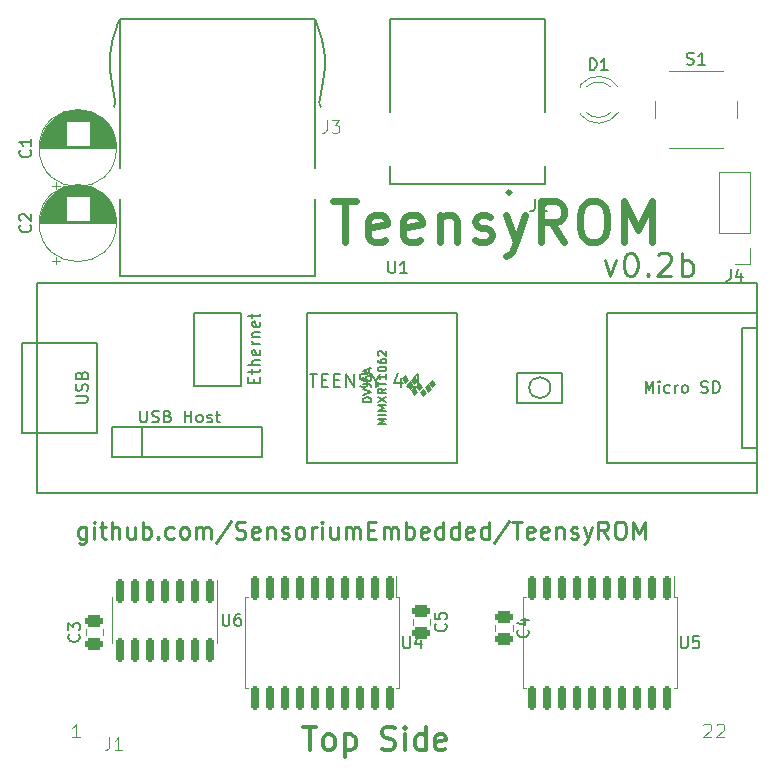
<source format=gbr>
%TF.GenerationSoftware,KiCad,Pcbnew,(6.0.4)*%
%TF.CreationDate,2023-08-14T23:38:21+02:00*%
%TF.ProjectId,TeensyROM,5465656e-7379-4524-9f4d-2e6b69636164,rev?*%
%TF.SameCoordinates,Original*%
%TF.FileFunction,Legend,Top*%
%TF.FilePolarity,Positive*%
%FSLAX46Y46*%
G04 Gerber Fmt 4.6, Leading zero omitted, Abs format (unit mm)*
G04 Created by KiCad (PCBNEW (6.0.4)) date 2023-08-14 23:38:21*
%MOMM*%
%LPD*%
G01*
G04 APERTURE LIST*
G04 Aperture macros list*
%AMRoundRect*
0 Rectangle with rounded corners*
0 $1 Rounding radius*
0 $2 $3 $4 $5 $6 $7 $8 $9 X,Y pos of 4 corners*
0 Add a 4 corners polygon primitive as box body*
4,1,4,$2,$3,$4,$5,$6,$7,$8,$9,$2,$3,0*
0 Add four circle primitives for the rounded corners*
1,1,$1+$1,$2,$3*
1,1,$1+$1,$4,$5*
1,1,$1+$1,$6,$7*
1,1,$1+$1,$8,$9*
0 Add four rect primitives between the rounded corners*
20,1,$1+$1,$2,$3,$4,$5,0*
20,1,$1+$1,$4,$5,$6,$7,0*
20,1,$1+$1,$6,$7,$8,$9,0*
20,1,$1+$1,$8,$9,$2,$3,0*%
G04 Aperture macros list end*
%ADD10C,0.609600*%
%ADD11C,0.274320*%
%ADD12C,0.342900*%
%ADD13C,0.214630*%
%ADD14C,0.116840*%
%ADD15C,0.101600*%
%ADD16C,0.150000*%
%ADD17C,0.127000*%
%ADD18C,0.102870*%
%ADD19C,0.120000*%
%ADD20C,0.300000*%
%ADD21C,0.100000*%
%ADD22C,0.203200*%
%ADD23C,0.152400*%
%ADD24R,1.800000X1.800000*%
%ADD25C,1.800000*%
%ADD26R,1.700000X1.700000*%
%ADD27O,1.700000X1.700000*%
%ADD28C,3.316000*%
%ADD29C,1.428000*%
%ADD30R,1.428000X1.428000*%
%ADD31RoundRect,0.150000X-0.150000X0.875000X-0.150000X-0.875000X0.150000X-0.875000X0.150000X0.875000X0*%
%ADD32RoundRect,0.150000X-0.150000X0.825000X-0.150000X-0.825000X0.150000X-0.825000X0.150000X0.825000X0*%
%ADD33C,1.600000*%
%ADD34R,1.600000X1.600000*%
%ADD35R,1.300000X1.300000*%
%ADD36C,1.300000*%
%ADD37C,2.000000*%
%ADD38C,3.251200*%
%ADD39C,1.524000*%
%ADD40C,1.676400*%
%ADD41C,2.235200*%
%ADD42RoundRect,0.250000X-0.475000X0.250000X-0.475000X-0.250000X0.475000X-0.250000X0.475000X0.250000X0*%
%ADD43RoundRect,0.250000X0.475000X-0.250000X0.475000X0.250000X-0.475000X0.250000X-0.475000X-0.250000X0*%
G04 APERTURE END LIST*
D10*
X143054130Y-82842704D02*
X145028073Y-82842704D01*
X144041101Y-86297104D02*
X144041101Y-82842704D01*
X147495501Y-86132609D02*
X147166511Y-86297104D01*
X146508530Y-86297104D01*
X146179540Y-86132609D01*
X146015044Y-85803619D01*
X146015044Y-84487657D01*
X146179540Y-84158666D01*
X146508530Y-83994171D01*
X147166511Y-83994171D01*
X147495501Y-84158666D01*
X147659997Y-84487657D01*
X147659997Y-84816647D01*
X146015044Y-85145638D01*
X150456416Y-86132609D02*
X150127425Y-86297104D01*
X149469444Y-86297104D01*
X149140454Y-86132609D01*
X148975959Y-85803619D01*
X148975959Y-84487657D01*
X149140454Y-84158666D01*
X149469444Y-83994171D01*
X150127425Y-83994171D01*
X150456416Y-84158666D01*
X150620911Y-84487657D01*
X150620911Y-84816647D01*
X148975959Y-85145638D01*
X152101368Y-83994171D02*
X152101368Y-86297104D01*
X152101368Y-84323161D02*
X152265863Y-84158666D01*
X152594854Y-83994171D01*
X153088340Y-83994171D01*
X153417330Y-84158666D01*
X153581825Y-84487657D01*
X153581825Y-86297104D01*
X155062282Y-86132609D02*
X155391273Y-86297104D01*
X156049254Y-86297104D01*
X156378244Y-86132609D01*
X156542740Y-85803619D01*
X156542740Y-85639123D01*
X156378244Y-85310133D01*
X156049254Y-85145638D01*
X155555768Y-85145638D01*
X155226778Y-84981142D01*
X155062282Y-84652152D01*
X155062282Y-84487657D01*
X155226778Y-84158666D01*
X155555768Y-83994171D01*
X156049254Y-83994171D01*
X156378244Y-84158666D01*
X157694206Y-83994171D02*
X158516682Y-86297104D01*
X159339159Y-83994171D02*
X158516682Y-86297104D01*
X158187692Y-87119580D01*
X158023197Y-87284076D01*
X157694206Y-87448571D01*
X162629063Y-86297104D02*
X161477597Y-84652152D01*
X160655120Y-86297104D02*
X160655120Y-82842704D01*
X161971082Y-82842704D01*
X162300073Y-83007200D01*
X162464568Y-83171695D01*
X162629063Y-83500685D01*
X162629063Y-83994171D01*
X162464568Y-84323161D01*
X162300073Y-84487657D01*
X161971082Y-84652152D01*
X160655120Y-84652152D01*
X164767501Y-82842704D02*
X165425482Y-82842704D01*
X165754473Y-83007200D01*
X166083463Y-83336190D01*
X166247959Y-83994171D01*
X166247959Y-85145638D01*
X166083463Y-85803619D01*
X165754473Y-86132609D01*
X165425482Y-86297104D01*
X164767501Y-86297104D01*
X164438511Y-86132609D01*
X164109520Y-85803619D01*
X163945025Y-85145638D01*
X163945025Y-83994171D01*
X164109520Y-83336190D01*
X164438511Y-83007200D01*
X164767501Y-82842704D01*
X167728416Y-86297104D02*
X167728416Y-82842704D01*
X168879882Y-85310133D01*
X170031349Y-82842704D01*
X170031349Y-86297104D01*
D11*
X166060990Y-87869485D02*
X166539962Y-89210605D01*
X167018933Y-87869485D01*
X168168465Y-87198925D02*
X168360053Y-87198925D01*
X168551642Y-87294720D01*
X168647436Y-87390514D01*
X168743230Y-87582102D01*
X168839025Y-87965280D01*
X168839025Y-88444251D01*
X168743230Y-88827428D01*
X168647436Y-89019017D01*
X168551642Y-89114811D01*
X168360053Y-89210605D01*
X168168465Y-89210605D01*
X167976876Y-89114811D01*
X167881082Y-89019017D01*
X167785288Y-88827428D01*
X167689493Y-88444251D01*
X167689493Y-87965280D01*
X167785288Y-87582102D01*
X167881082Y-87390514D01*
X167976876Y-87294720D01*
X168168465Y-87198925D01*
X169701173Y-89019017D02*
X169796968Y-89114811D01*
X169701173Y-89210605D01*
X169605379Y-89114811D01*
X169701173Y-89019017D01*
X169701173Y-89210605D01*
X170563322Y-87390514D02*
X170659116Y-87294720D01*
X170850705Y-87198925D01*
X171329676Y-87198925D01*
X171521265Y-87294720D01*
X171617059Y-87390514D01*
X171712853Y-87582102D01*
X171712853Y-87773691D01*
X171617059Y-88061074D01*
X170467528Y-89210605D01*
X171712853Y-89210605D01*
X172575002Y-89210605D02*
X172575002Y-87198925D01*
X172575002Y-87965280D02*
X172766590Y-87869485D01*
X173149768Y-87869485D01*
X173341356Y-87965280D01*
X173437150Y-88061074D01*
X173532945Y-88252662D01*
X173532945Y-88827428D01*
X173437150Y-89019017D01*
X173341356Y-89114811D01*
X173149768Y-89210605D01*
X172766590Y-89210605D01*
X172575002Y-89114811D01*
D12*
X140527042Y-127351971D02*
X141637385Y-127351971D01*
X141082213Y-129295071D02*
X141082213Y-127351971D01*
X142562670Y-129295071D02*
X142377613Y-129202542D01*
X142285085Y-129110014D01*
X142192556Y-128924957D01*
X142192556Y-128369785D01*
X142285085Y-128184728D01*
X142377613Y-128092200D01*
X142562670Y-127999671D01*
X142840256Y-127999671D01*
X143025313Y-128092200D01*
X143117842Y-128184728D01*
X143210370Y-128369785D01*
X143210370Y-128924957D01*
X143117842Y-129110014D01*
X143025313Y-129202542D01*
X142840256Y-129295071D01*
X142562670Y-129295071D01*
X144043127Y-127999671D02*
X144043127Y-129942771D01*
X144043127Y-128092200D02*
X144228185Y-127999671D01*
X144598299Y-127999671D01*
X144783356Y-128092200D01*
X144875885Y-128184728D01*
X144968413Y-128369785D01*
X144968413Y-128924957D01*
X144875885Y-129110014D01*
X144783356Y-129202542D01*
X144598299Y-129295071D01*
X144228185Y-129295071D01*
X144043127Y-129202542D01*
X147189099Y-129202542D02*
X147466685Y-129295071D01*
X147929327Y-129295071D01*
X148114385Y-129202542D01*
X148206913Y-129110014D01*
X148299442Y-128924957D01*
X148299442Y-128739900D01*
X148206913Y-128554842D01*
X148114385Y-128462314D01*
X147929327Y-128369785D01*
X147559213Y-128277257D01*
X147374156Y-128184728D01*
X147281627Y-128092200D01*
X147189099Y-127907142D01*
X147189099Y-127722085D01*
X147281627Y-127537028D01*
X147374156Y-127444500D01*
X147559213Y-127351971D01*
X148021856Y-127351971D01*
X148299442Y-127444500D01*
X149132199Y-129295071D02*
X149132199Y-127999671D01*
X149132199Y-127351971D02*
X149039670Y-127444500D01*
X149132199Y-127537028D01*
X149224727Y-127444500D01*
X149132199Y-127351971D01*
X149132199Y-127537028D01*
X150890242Y-129295071D02*
X150890242Y-127351971D01*
X150890242Y-129202542D02*
X150705185Y-129295071D01*
X150335070Y-129295071D01*
X150150013Y-129202542D01*
X150057485Y-129110014D01*
X149964956Y-128924957D01*
X149964956Y-128369785D01*
X150057485Y-128184728D01*
X150150013Y-128092200D01*
X150335070Y-127999671D01*
X150705185Y-127999671D01*
X150890242Y-128092200D01*
X152555756Y-129202542D02*
X152370699Y-129295071D01*
X152000585Y-129295071D01*
X151815527Y-129202542D01*
X151722999Y-129017485D01*
X151722999Y-128277257D01*
X151815527Y-128092200D01*
X152000585Y-127999671D01*
X152370699Y-127999671D01*
X152555756Y-128092200D01*
X152648285Y-128277257D01*
X152648285Y-128462314D01*
X151722999Y-128647371D01*
D13*
X122166189Y-110454621D02*
X122166189Y-111617397D01*
X122097790Y-111754194D01*
X122029392Y-111822592D01*
X121892595Y-111890991D01*
X121687399Y-111890991D01*
X121550602Y-111822592D01*
X122166189Y-111343802D02*
X122029392Y-111412201D01*
X121755798Y-111412201D01*
X121619000Y-111343802D01*
X121550602Y-111275404D01*
X121482203Y-111138607D01*
X121482203Y-110728215D01*
X121550602Y-110591418D01*
X121619000Y-110523020D01*
X121755798Y-110454621D01*
X122029392Y-110454621D01*
X122166189Y-110523020D01*
X122850175Y-111412201D02*
X122850175Y-110454621D01*
X122850175Y-109975831D02*
X122781776Y-110044230D01*
X122850175Y-110112628D01*
X122918573Y-110044230D01*
X122850175Y-109975831D01*
X122850175Y-110112628D01*
X123328965Y-110454621D02*
X123876153Y-110454621D01*
X123534160Y-109975831D02*
X123534160Y-111207005D01*
X123602559Y-111343802D01*
X123739356Y-111412201D01*
X123876153Y-111412201D01*
X124354943Y-111412201D02*
X124354943Y-109975831D01*
X124970530Y-111412201D02*
X124970530Y-110659817D01*
X124902132Y-110523020D01*
X124765335Y-110454621D01*
X124560139Y-110454621D01*
X124423342Y-110523020D01*
X124354943Y-110591418D01*
X126270103Y-110454621D02*
X126270103Y-111412201D01*
X125654516Y-110454621D02*
X125654516Y-111207005D01*
X125722915Y-111343802D01*
X125859712Y-111412201D01*
X126064908Y-111412201D01*
X126201705Y-111343802D01*
X126270103Y-111275404D01*
X126954089Y-111412201D02*
X126954089Y-109975831D01*
X126954089Y-110523020D02*
X127090886Y-110454621D01*
X127364480Y-110454621D01*
X127501278Y-110523020D01*
X127569676Y-110591418D01*
X127638075Y-110728215D01*
X127638075Y-111138607D01*
X127569676Y-111275404D01*
X127501278Y-111343802D01*
X127364480Y-111412201D01*
X127090886Y-111412201D01*
X126954089Y-111343802D01*
X128253662Y-111275404D02*
X128322060Y-111343802D01*
X128253662Y-111412201D01*
X128185263Y-111343802D01*
X128253662Y-111275404D01*
X128253662Y-111412201D01*
X129553235Y-111343802D02*
X129416438Y-111412201D01*
X129142843Y-111412201D01*
X129006046Y-111343802D01*
X128937648Y-111275404D01*
X128869249Y-111138607D01*
X128869249Y-110728215D01*
X128937648Y-110591418D01*
X129006046Y-110523020D01*
X129142843Y-110454621D01*
X129416438Y-110454621D01*
X129553235Y-110523020D01*
X130374018Y-111412201D02*
X130237220Y-111343802D01*
X130168822Y-111275404D01*
X130100423Y-111138607D01*
X130100423Y-110728215D01*
X130168822Y-110591418D01*
X130237220Y-110523020D01*
X130374018Y-110454621D01*
X130579213Y-110454621D01*
X130716010Y-110523020D01*
X130784409Y-110591418D01*
X130852808Y-110728215D01*
X130852808Y-111138607D01*
X130784409Y-111275404D01*
X130716010Y-111343802D01*
X130579213Y-111412201D01*
X130374018Y-111412201D01*
X131468395Y-111412201D02*
X131468395Y-110454621D01*
X131468395Y-110591418D02*
X131536793Y-110523020D01*
X131673590Y-110454621D01*
X131878786Y-110454621D01*
X132015583Y-110523020D01*
X132083982Y-110659817D01*
X132083982Y-111412201D01*
X132083982Y-110659817D02*
X132152380Y-110523020D01*
X132289178Y-110454621D01*
X132494373Y-110454621D01*
X132631170Y-110523020D01*
X132699569Y-110659817D01*
X132699569Y-111412201D01*
X134409533Y-109907432D02*
X133178359Y-111754194D01*
X134819925Y-111343802D02*
X135025120Y-111412201D01*
X135367113Y-111412201D01*
X135503910Y-111343802D01*
X135572309Y-111275404D01*
X135640708Y-111138607D01*
X135640708Y-111001810D01*
X135572309Y-110865012D01*
X135503910Y-110796614D01*
X135367113Y-110728215D01*
X135093519Y-110659817D01*
X134956722Y-110591418D01*
X134888323Y-110523020D01*
X134819925Y-110386222D01*
X134819925Y-110249425D01*
X134888323Y-110112628D01*
X134956722Y-110044230D01*
X135093519Y-109975831D01*
X135435512Y-109975831D01*
X135640708Y-110044230D01*
X136803483Y-111343802D02*
X136666686Y-111412201D01*
X136393092Y-111412201D01*
X136256295Y-111343802D01*
X136187896Y-111207005D01*
X136187896Y-110659817D01*
X136256295Y-110523020D01*
X136393092Y-110454621D01*
X136666686Y-110454621D01*
X136803483Y-110523020D01*
X136871882Y-110659817D01*
X136871882Y-110796614D01*
X136187896Y-110933411D01*
X137487469Y-110454621D02*
X137487469Y-111412201D01*
X137487469Y-110591418D02*
X137555868Y-110523020D01*
X137692665Y-110454621D01*
X137897860Y-110454621D01*
X138034658Y-110523020D01*
X138103056Y-110659817D01*
X138103056Y-111412201D01*
X138718643Y-111343802D02*
X138855440Y-111412201D01*
X139129035Y-111412201D01*
X139265832Y-111343802D01*
X139334230Y-111207005D01*
X139334230Y-111138607D01*
X139265832Y-111001810D01*
X139129035Y-110933411D01*
X138923839Y-110933411D01*
X138787042Y-110865012D01*
X138718643Y-110728215D01*
X138718643Y-110659817D01*
X138787042Y-110523020D01*
X138923839Y-110454621D01*
X139129035Y-110454621D01*
X139265832Y-110523020D01*
X140155013Y-111412201D02*
X140018216Y-111343802D01*
X139949818Y-111275404D01*
X139881419Y-111138607D01*
X139881419Y-110728215D01*
X139949818Y-110591418D01*
X140018216Y-110523020D01*
X140155013Y-110454621D01*
X140360209Y-110454621D01*
X140497006Y-110523020D01*
X140565405Y-110591418D01*
X140633803Y-110728215D01*
X140633803Y-111138607D01*
X140565405Y-111275404D01*
X140497006Y-111343802D01*
X140360209Y-111412201D01*
X140155013Y-111412201D01*
X141249390Y-111412201D02*
X141249390Y-110454621D01*
X141249390Y-110728215D02*
X141317789Y-110591418D01*
X141386188Y-110523020D01*
X141522985Y-110454621D01*
X141659782Y-110454621D01*
X142138572Y-111412201D02*
X142138572Y-110454621D01*
X142138572Y-109975831D02*
X142070173Y-110044230D01*
X142138572Y-110112628D01*
X142206970Y-110044230D01*
X142138572Y-109975831D01*
X142138572Y-110112628D01*
X143438145Y-110454621D02*
X143438145Y-111412201D01*
X142822558Y-110454621D02*
X142822558Y-111207005D01*
X142890956Y-111343802D01*
X143027753Y-111412201D01*
X143232949Y-111412201D01*
X143369746Y-111343802D01*
X143438145Y-111275404D01*
X144122130Y-111412201D02*
X144122130Y-110454621D01*
X144122130Y-110591418D02*
X144190529Y-110523020D01*
X144327326Y-110454621D01*
X144532522Y-110454621D01*
X144669319Y-110523020D01*
X144737718Y-110659817D01*
X144737718Y-111412201D01*
X144737718Y-110659817D02*
X144806116Y-110523020D01*
X144942913Y-110454621D01*
X145148109Y-110454621D01*
X145284906Y-110523020D01*
X145353305Y-110659817D01*
X145353305Y-111412201D01*
X146037290Y-110659817D02*
X146516080Y-110659817D01*
X146721276Y-111412201D02*
X146037290Y-111412201D01*
X146037290Y-109975831D01*
X146721276Y-109975831D01*
X147336863Y-111412201D02*
X147336863Y-110454621D01*
X147336863Y-110591418D02*
X147405262Y-110523020D01*
X147542059Y-110454621D01*
X147747255Y-110454621D01*
X147884052Y-110523020D01*
X147952450Y-110659817D01*
X147952450Y-111412201D01*
X147952450Y-110659817D02*
X148020849Y-110523020D01*
X148157646Y-110454621D01*
X148362842Y-110454621D01*
X148499639Y-110523020D01*
X148568038Y-110659817D01*
X148568038Y-111412201D01*
X149252023Y-111412201D02*
X149252023Y-109975831D01*
X149252023Y-110523020D02*
X149388820Y-110454621D01*
X149662415Y-110454621D01*
X149799212Y-110523020D01*
X149867610Y-110591418D01*
X149936009Y-110728215D01*
X149936009Y-111138607D01*
X149867610Y-111275404D01*
X149799212Y-111343802D01*
X149662415Y-111412201D01*
X149388820Y-111412201D01*
X149252023Y-111343802D01*
X151098785Y-111343802D02*
X150961988Y-111412201D01*
X150688393Y-111412201D01*
X150551596Y-111343802D01*
X150483198Y-111207005D01*
X150483198Y-110659817D01*
X150551596Y-110523020D01*
X150688393Y-110454621D01*
X150961988Y-110454621D01*
X151098785Y-110523020D01*
X151167183Y-110659817D01*
X151167183Y-110796614D01*
X150483198Y-110933411D01*
X152398358Y-111412201D02*
X152398358Y-109975831D01*
X152398358Y-111343802D02*
X152261560Y-111412201D01*
X151987966Y-111412201D01*
X151851169Y-111343802D01*
X151782770Y-111275404D01*
X151714372Y-111138607D01*
X151714372Y-110728215D01*
X151782770Y-110591418D01*
X151851169Y-110523020D01*
X151987966Y-110454621D01*
X152261560Y-110454621D01*
X152398358Y-110523020D01*
X153697930Y-111412201D02*
X153697930Y-109975831D01*
X153697930Y-111343802D02*
X153561133Y-111412201D01*
X153287539Y-111412201D01*
X153150742Y-111343802D01*
X153082343Y-111275404D01*
X153013945Y-111138607D01*
X153013945Y-110728215D01*
X153082343Y-110591418D01*
X153150742Y-110523020D01*
X153287539Y-110454621D01*
X153561133Y-110454621D01*
X153697930Y-110523020D01*
X154929105Y-111343802D02*
X154792308Y-111412201D01*
X154518713Y-111412201D01*
X154381916Y-111343802D01*
X154313518Y-111207005D01*
X154313518Y-110659817D01*
X154381916Y-110523020D01*
X154518713Y-110454621D01*
X154792308Y-110454621D01*
X154929105Y-110523020D01*
X154997503Y-110659817D01*
X154997503Y-110796614D01*
X154313518Y-110933411D01*
X156228678Y-111412201D02*
X156228678Y-109975831D01*
X156228678Y-111343802D02*
X156091880Y-111412201D01*
X155818286Y-111412201D01*
X155681489Y-111343802D01*
X155613090Y-111275404D01*
X155544692Y-111138607D01*
X155544692Y-110728215D01*
X155613090Y-110591418D01*
X155681489Y-110523020D01*
X155818286Y-110454621D01*
X156091880Y-110454621D01*
X156228678Y-110523020D01*
X157938642Y-109907432D02*
X156707468Y-111754194D01*
X158212236Y-109975831D02*
X159033019Y-109975831D01*
X158622628Y-111412201D02*
X158622628Y-109975831D01*
X160058998Y-111343802D02*
X159922200Y-111412201D01*
X159648606Y-111412201D01*
X159511809Y-111343802D01*
X159443410Y-111207005D01*
X159443410Y-110659817D01*
X159511809Y-110523020D01*
X159648606Y-110454621D01*
X159922200Y-110454621D01*
X160058998Y-110523020D01*
X160127396Y-110659817D01*
X160127396Y-110796614D01*
X159443410Y-110933411D01*
X161290172Y-111343802D02*
X161153375Y-111412201D01*
X160879780Y-111412201D01*
X160742983Y-111343802D01*
X160674585Y-111207005D01*
X160674585Y-110659817D01*
X160742983Y-110523020D01*
X160879780Y-110454621D01*
X161153375Y-110454621D01*
X161290172Y-110523020D01*
X161358570Y-110659817D01*
X161358570Y-110796614D01*
X160674585Y-110933411D01*
X161974158Y-110454621D02*
X161974158Y-111412201D01*
X161974158Y-110591418D02*
X162042556Y-110523020D01*
X162179353Y-110454621D01*
X162384549Y-110454621D01*
X162521346Y-110523020D01*
X162589745Y-110659817D01*
X162589745Y-111412201D01*
X163205332Y-111343802D02*
X163342129Y-111412201D01*
X163615723Y-111412201D01*
X163752520Y-111343802D01*
X163820919Y-111207005D01*
X163820919Y-111138607D01*
X163752520Y-111001810D01*
X163615723Y-110933411D01*
X163410528Y-110933411D01*
X163273730Y-110865012D01*
X163205332Y-110728215D01*
X163205332Y-110659817D01*
X163273730Y-110523020D01*
X163410528Y-110454621D01*
X163615723Y-110454621D01*
X163752520Y-110523020D01*
X164299709Y-110454621D02*
X164641702Y-111412201D01*
X164983695Y-110454621D02*
X164641702Y-111412201D01*
X164504905Y-111754194D01*
X164436506Y-111822592D01*
X164299709Y-111890991D01*
X166351666Y-111412201D02*
X165872876Y-110728215D01*
X165530883Y-111412201D02*
X165530883Y-109975831D01*
X166078072Y-109975831D01*
X166214869Y-110044230D01*
X166283268Y-110112628D01*
X166351666Y-110249425D01*
X166351666Y-110454621D01*
X166283268Y-110591418D01*
X166214869Y-110659817D01*
X166078072Y-110728215D01*
X165530883Y-110728215D01*
X167240848Y-109975831D02*
X167514442Y-109975831D01*
X167651239Y-110044230D01*
X167788036Y-110181027D01*
X167856435Y-110454621D01*
X167856435Y-110933411D01*
X167788036Y-111207005D01*
X167651239Y-111343802D01*
X167514442Y-111412201D01*
X167240848Y-111412201D01*
X167104050Y-111343802D01*
X166967253Y-111207005D01*
X166898855Y-110933411D01*
X166898855Y-110454621D01*
X166967253Y-110181027D01*
X167104050Y-110044230D01*
X167240848Y-109975831D01*
X168472022Y-111412201D02*
X168472022Y-109975831D01*
X168950812Y-111001810D01*
X169429602Y-109975831D01*
X169429602Y-111412201D01*
D14*
%TO.C,J1*%
X124127883Y-128247712D02*
X124127883Y-128980683D01*
X124079019Y-129127277D01*
X123981289Y-129225007D01*
X123834695Y-129273872D01*
X123736965Y-129273872D01*
X125154043Y-129273872D02*
X124567666Y-129273872D01*
X124860855Y-129273872D02*
X124860855Y-128247712D01*
X124763125Y-128394306D01*
X124665396Y-128492036D01*
X124567666Y-128540900D01*
D15*
X121638277Y-128246018D02*
X120970620Y-128246018D01*
X121304449Y-128246018D02*
X121304449Y-127077618D01*
X121193172Y-127244533D01*
X121081896Y-127355809D01*
X120970620Y-127411447D01*
X174414239Y-127188895D02*
X174469877Y-127133257D01*
X174581153Y-127077618D01*
X174859344Y-127077618D01*
X174970620Y-127133257D01*
X175026258Y-127188895D01*
X175081896Y-127300171D01*
X175081896Y-127411447D01*
X175026258Y-127578361D01*
X174358601Y-128246018D01*
X175081896Y-128246018D01*
X175527001Y-127188895D02*
X175582639Y-127133257D01*
X175693915Y-127077618D01*
X175972106Y-127077618D01*
X176083382Y-127133257D01*
X176139020Y-127188895D01*
X176194658Y-127300171D01*
X176194658Y-127411447D01*
X176139020Y-127578361D01*
X175471363Y-128246018D01*
X176194658Y-128246018D01*
D16*
%TO.C,D1*%
X164794470Y-71751609D02*
X164794470Y-70751609D01*
X165032566Y-70751609D01*
X165175423Y-70799229D01*
X165270661Y-70894467D01*
X165318280Y-70989705D01*
X165365899Y-71180181D01*
X165365899Y-71323038D01*
X165318280Y-71513514D01*
X165270661Y-71608752D01*
X165175423Y-71703990D01*
X165032566Y-71751609D01*
X164794470Y-71751609D01*
X166318280Y-71751609D02*
X165746851Y-71751609D01*
X166032566Y-71751609D02*
X166032566Y-70751609D01*
X165937327Y-70894467D01*
X165842089Y-70989705D01*
X165746851Y-71037324D01*
%TO.C,J4*%
X176717766Y-88609980D02*
X176717766Y-89324266D01*
X176670147Y-89467123D01*
X176574909Y-89562361D01*
X176432052Y-89609980D01*
X176336814Y-89609980D01*
X177622528Y-88943314D02*
X177622528Y-89609980D01*
X177384433Y-88562361D02*
X177146338Y-89276647D01*
X177765385Y-89276647D01*
%TO.C,J2*%
X160132039Y-82701746D02*
X160132039Y-83416758D01*
X160084371Y-83559760D01*
X159989036Y-83655095D01*
X159846034Y-83702762D01*
X159750699Y-83702762D01*
X160561045Y-82797081D02*
X160608713Y-82749414D01*
X160704048Y-82701746D01*
X160942385Y-82701746D01*
X161037720Y-82749414D01*
X161085387Y-82797081D01*
X161133055Y-82892416D01*
X161133055Y-82987751D01*
X161085387Y-83130753D01*
X160513378Y-83702762D01*
X161133055Y-83702762D01*
%TO.C,U5*%
X172504195Y-119695980D02*
X172504195Y-120505504D01*
X172551814Y-120600742D01*
X172599433Y-120648361D01*
X172694671Y-120695980D01*
X172885147Y-120695980D01*
X172980385Y-120648361D01*
X173028004Y-120600742D01*
X173075623Y-120505504D01*
X173075623Y-119695980D01*
X174028004Y-119695980D02*
X173551814Y-119695980D01*
X173504195Y-120172171D01*
X173551814Y-120124552D01*
X173647052Y-120076933D01*
X173885147Y-120076933D01*
X173980385Y-120124552D01*
X174028004Y-120172171D01*
X174075623Y-120267409D01*
X174075623Y-120505504D01*
X174028004Y-120600742D01*
X173980385Y-120648361D01*
X173885147Y-120695980D01*
X173647052Y-120695980D01*
X173551814Y-120648361D01*
X173504195Y-120600742D01*
%TO.C,U4*%
X149009195Y-119695980D02*
X149009195Y-120505504D01*
X149056814Y-120600742D01*
X149104433Y-120648361D01*
X149199671Y-120695980D01*
X149390147Y-120695980D01*
X149485385Y-120648361D01*
X149533004Y-120600742D01*
X149580623Y-120505504D01*
X149580623Y-119695980D01*
X150485385Y-120029314D02*
X150485385Y-120695980D01*
X150247290Y-119648361D02*
X150009195Y-120362647D01*
X150628242Y-120362647D01*
%TO.C,U6*%
X133706868Y-117790980D02*
X133706868Y-118600504D01*
X133754487Y-118695742D01*
X133802106Y-118743361D01*
X133897344Y-118790980D01*
X134087820Y-118790980D01*
X134183058Y-118743361D01*
X134230677Y-118695742D01*
X134278296Y-118600504D01*
X134278296Y-117790980D01*
X135183058Y-117790980D02*
X134992582Y-117790980D01*
X134897344Y-117838600D01*
X134849725Y-117886219D01*
X134754487Y-118029076D01*
X134706868Y-118219552D01*
X134706868Y-118600504D01*
X134754487Y-118695742D01*
X134802106Y-118743361D01*
X134897344Y-118790980D01*
X135087820Y-118790980D01*
X135183058Y-118743361D01*
X135230677Y-118695742D01*
X135278296Y-118600504D01*
X135278296Y-118362409D01*
X135230677Y-118267171D01*
X135183058Y-118219552D01*
X135087820Y-118171933D01*
X134897344Y-118171933D01*
X134802106Y-118219552D01*
X134754487Y-118267171D01*
X134706868Y-118362409D01*
%TO.C,U1*%
X147741453Y-87930280D02*
X147741453Y-88739804D01*
X147789072Y-88835042D01*
X147836691Y-88882661D01*
X147931929Y-88930280D01*
X148122405Y-88930280D01*
X148217643Y-88882661D01*
X148265262Y-88835042D01*
X148312881Y-88739804D01*
X148312881Y-87930280D01*
X149312881Y-88930280D02*
X148741453Y-88930280D01*
X149027167Y-88930280D02*
X149027167Y-87930280D01*
X148931929Y-88073138D01*
X148836691Y-88168376D01*
X148741453Y-88215995D01*
D17*
X141074765Y-97440471D02*
X141727908Y-97440471D01*
X141401336Y-98583471D02*
X141401336Y-97440471D01*
X142108908Y-97984757D02*
X142489908Y-97984757D01*
X142653193Y-98583471D02*
X142108908Y-98583471D01*
X142108908Y-97440471D01*
X142653193Y-97440471D01*
X143143050Y-97984757D02*
X143524050Y-97984757D01*
X143687336Y-98583471D02*
X143143050Y-98583471D01*
X143143050Y-97440471D01*
X143687336Y-97440471D01*
X144177193Y-98583471D02*
X144177193Y-97440471D01*
X144830336Y-98583471D01*
X144830336Y-97440471D01*
X145320193Y-98529042D02*
X145483479Y-98583471D01*
X145755622Y-98583471D01*
X145864479Y-98529042D01*
X145918908Y-98474614D01*
X145973336Y-98365757D01*
X145973336Y-98256900D01*
X145918908Y-98148042D01*
X145864479Y-98093614D01*
X145755622Y-98039185D01*
X145537908Y-97984757D01*
X145429050Y-97930328D01*
X145374622Y-97875900D01*
X145320193Y-97767042D01*
X145320193Y-97658185D01*
X145374622Y-97549328D01*
X145429050Y-97494900D01*
X145537908Y-97440471D01*
X145810050Y-97440471D01*
X145973336Y-97494900D01*
X146680908Y-98039185D02*
X146680908Y-98583471D01*
X146299908Y-97440471D02*
X146680908Y-98039185D01*
X147061908Y-97440471D01*
X148803622Y-97821471D02*
X148803622Y-98583471D01*
X148531479Y-97386042D02*
X148259336Y-98202471D01*
X148966908Y-98202471D01*
X149402336Y-98474614D02*
X149456765Y-98529042D01*
X149402336Y-98583471D01*
X149347908Y-98529042D01*
X149402336Y-98474614D01*
X149402336Y-98583471D01*
X150545336Y-98583471D02*
X149892193Y-98583471D01*
X150218765Y-98583471D02*
X150218765Y-97440471D01*
X150109908Y-97603757D01*
X150001050Y-97712614D01*
X149892193Y-97767042D01*
D16*
X146280024Y-99841233D02*
X145580024Y-99841233D01*
X145580024Y-99674566D01*
X145613358Y-99574566D01*
X145680024Y-99507900D01*
X145746691Y-99474566D01*
X145880024Y-99441233D01*
X145980024Y-99441233D01*
X146113358Y-99474566D01*
X146180024Y-99507900D01*
X146246691Y-99574566D01*
X146280024Y-99674566D01*
X146280024Y-99841233D01*
X145580024Y-99241233D02*
X146280024Y-99007900D01*
X145580024Y-98774566D01*
X145580024Y-98341233D02*
X146080024Y-98341233D01*
X146180024Y-98374566D01*
X146246691Y-98441233D01*
X146280024Y-98541233D01*
X146280024Y-98607900D01*
X145580024Y-97707900D02*
X145580024Y-97841233D01*
X145613358Y-97907900D01*
X145646691Y-97941233D01*
X145746691Y-98007900D01*
X145880024Y-98041233D01*
X146146691Y-98041233D01*
X146213358Y-98007900D01*
X146246691Y-97974566D01*
X146280024Y-97907900D01*
X146280024Y-97774566D01*
X146246691Y-97707900D01*
X146213358Y-97674566D01*
X146146691Y-97641233D01*
X145980024Y-97641233D01*
X145913358Y-97674566D01*
X145880024Y-97707900D01*
X145846691Y-97774566D01*
X145846691Y-97907900D01*
X145880024Y-97974566D01*
X145913358Y-98007900D01*
X145980024Y-98041233D01*
X146080024Y-97374566D02*
X146080024Y-97041233D01*
X146280024Y-97441233D02*
X145580024Y-97207900D01*
X146280024Y-96974566D01*
X147550024Y-101721233D02*
X146850024Y-101721233D01*
X147350024Y-101487900D01*
X146850024Y-101254566D01*
X147550024Y-101254566D01*
X147550024Y-100921233D02*
X146850024Y-100921233D01*
X147550024Y-100587900D02*
X146850024Y-100587900D01*
X147350024Y-100354566D01*
X146850024Y-100121233D01*
X147550024Y-100121233D01*
X146850024Y-99854566D02*
X147550024Y-99387900D01*
X146850024Y-99387900D02*
X147550024Y-99854566D01*
X147550024Y-98721233D02*
X147216691Y-98954566D01*
X147550024Y-99121233D02*
X146850024Y-99121233D01*
X146850024Y-98854566D01*
X146883358Y-98787900D01*
X146916691Y-98754566D01*
X146983358Y-98721233D01*
X147083358Y-98721233D01*
X147150024Y-98754566D01*
X147183358Y-98787900D01*
X147216691Y-98854566D01*
X147216691Y-99121233D01*
X146850024Y-98521233D02*
X146850024Y-98121233D01*
X147550024Y-98321233D02*
X146850024Y-98321233D01*
X147550024Y-97521233D02*
X147550024Y-97921233D01*
X147550024Y-97721233D02*
X146850024Y-97721233D01*
X146950024Y-97787900D01*
X147016691Y-97854566D01*
X147050024Y-97921233D01*
X146850024Y-97087900D02*
X146850024Y-97021233D01*
X146883358Y-96954566D01*
X146916691Y-96921233D01*
X146983358Y-96887900D01*
X147116691Y-96854566D01*
X147283358Y-96854566D01*
X147416691Y-96887900D01*
X147483358Y-96921233D01*
X147516691Y-96954566D01*
X147550024Y-97021233D01*
X147550024Y-97087900D01*
X147516691Y-97154566D01*
X147483358Y-97187900D01*
X147416691Y-97221233D01*
X147283358Y-97254566D01*
X147116691Y-97254566D01*
X146983358Y-97221233D01*
X146916691Y-97187900D01*
X146883358Y-97154566D01*
X146850024Y-97087900D01*
X146850024Y-96254566D02*
X146850024Y-96387900D01*
X146883358Y-96454566D01*
X146916691Y-96487900D01*
X147016691Y-96554566D01*
X147150024Y-96587900D01*
X147416691Y-96587900D01*
X147483358Y-96554566D01*
X147516691Y-96521233D01*
X147550024Y-96454566D01*
X147550024Y-96321233D01*
X147516691Y-96254566D01*
X147483358Y-96221233D01*
X147416691Y-96187900D01*
X147250024Y-96187900D01*
X147183358Y-96221233D01*
X147150024Y-96254566D01*
X147116691Y-96321233D01*
X147116691Y-96454566D01*
X147150024Y-96521233D01*
X147183358Y-96554566D01*
X147250024Y-96587900D01*
X146916691Y-95921233D02*
X146883358Y-95887900D01*
X146850024Y-95821233D01*
X146850024Y-95654566D01*
X146883358Y-95587900D01*
X146916691Y-95554566D01*
X146983358Y-95521233D01*
X147050024Y-95521233D01*
X147150024Y-95554566D01*
X147550024Y-95954566D01*
X147550024Y-95521233D01*
X169514310Y-99090280D02*
X169514310Y-98090280D01*
X169847643Y-98804566D01*
X170180977Y-98090280D01*
X170180977Y-99090280D01*
X170657167Y-99090280D02*
X170657167Y-98423614D01*
X170657167Y-98090280D02*
X170609548Y-98137900D01*
X170657167Y-98185519D01*
X170704786Y-98137900D01*
X170657167Y-98090280D01*
X170657167Y-98185519D01*
X171561929Y-99042661D02*
X171466691Y-99090280D01*
X171276215Y-99090280D01*
X171180977Y-99042661D01*
X171133358Y-98995042D01*
X171085738Y-98899804D01*
X171085738Y-98614090D01*
X171133358Y-98518852D01*
X171180977Y-98471233D01*
X171276215Y-98423614D01*
X171466691Y-98423614D01*
X171561929Y-98471233D01*
X171990500Y-99090280D02*
X171990500Y-98423614D01*
X171990500Y-98614090D02*
X172038119Y-98518852D01*
X172085738Y-98471233D01*
X172180977Y-98423614D01*
X172276215Y-98423614D01*
X172752405Y-99090280D02*
X172657167Y-99042661D01*
X172609548Y-98995042D01*
X172561929Y-98899804D01*
X172561929Y-98614090D01*
X172609548Y-98518852D01*
X172657167Y-98471233D01*
X172752405Y-98423614D01*
X172895262Y-98423614D01*
X172990500Y-98471233D01*
X173038119Y-98518852D01*
X173085738Y-98614090D01*
X173085738Y-98899804D01*
X173038119Y-98995042D01*
X172990500Y-99042661D01*
X172895262Y-99090280D01*
X172752405Y-99090280D01*
X174228596Y-99042661D02*
X174371453Y-99090280D01*
X174609548Y-99090280D01*
X174704786Y-99042661D01*
X174752405Y-98995042D01*
X174800024Y-98899804D01*
X174800024Y-98804566D01*
X174752405Y-98709328D01*
X174704786Y-98661709D01*
X174609548Y-98614090D01*
X174419072Y-98566471D01*
X174323834Y-98518852D01*
X174276215Y-98471233D01*
X174228596Y-98375995D01*
X174228596Y-98280757D01*
X174276215Y-98185519D01*
X174323834Y-98137900D01*
X174419072Y-98090280D01*
X174657167Y-98090280D01*
X174800024Y-98137900D01*
X175228596Y-99090280D02*
X175228596Y-98090280D01*
X175466691Y-98090280D01*
X175609548Y-98137900D01*
X175704786Y-98233138D01*
X175752405Y-98328376D01*
X175800024Y-98518852D01*
X175800024Y-98661709D01*
X175752405Y-98852185D01*
X175704786Y-98947423D01*
X175609548Y-99042661D01*
X175466691Y-99090280D01*
X175228596Y-99090280D01*
X121285738Y-99899804D02*
X122095262Y-99899804D01*
X122190500Y-99852185D01*
X122238119Y-99804566D01*
X122285738Y-99709328D01*
X122285738Y-99518852D01*
X122238119Y-99423614D01*
X122190500Y-99375995D01*
X122095262Y-99328376D01*
X121285738Y-99328376D01*
X122238119Y-98899804D02*
X122285738Y-98756947D01*
X122285738Y-98518852D01*
X122238119Y-98423614D01*
X122190500Y-98375995D01*
X122095262Y-98328376D01*
X122000024Y-98328376D01*
X121904786Y-98375995D01*
X121857167Y-98423614D01*
X121809548Y-98518852D01*
X121761929Y-98709328D01*
X121714310Y-98804566D01*
X121666691Y-98852185D01*
X121571453Y-98899804D01*
X121476215Y-98899804D01*
X121380977Y-98852185D01*
X121333358Y-98804566D01*
X121285738Y-98709328D01*
X121285738Y-98471233D01*
X121333358Y-98328376D01*
X121761929Y-97566471D02*
X121809548Y-97423614D01*
X121857167Y-97375995D01*
X121952405Y-97328376D01*
X122095262Y-97328376D01*
X122190500Y-97375995D01*
X122238119Y-97423614D01*
X122285738Y-97518852D01*
X122285738Y-97899804D01*
X121285738Y-97899804D01*
X121285738Y-97566471D01*
X121333358Y-97471233D01*
X121380977Y-97423614D01*
X121476215Y-97375995D01*
X121571453Y-97375995D01*
X121666691Y-97423614D01*
X121714310Y-97471233D01*
X121761929Y-97566471D01*
X121761929Y-97899804D01*
X136366929Y-98218442D02*
X136366929Y-97885109D01*
X136890738Y-97742252D02*
X136890738Y-98218442D01*
X135890738Y-98218442D01*
X135890738Y-97742252D01*
X136224072Y-97456538D02*
X136224072Y-97075585D01*
X135890738Y-97313680D02*
X136747881Y-97313680D01*
X136843119Y-97266061D01*
X136890738Y-97170823D01*
X136890738Y-97075585D01*
X136890738Y-96742252D02*
X135890738Y-96742252D01*
X136890738Y-96313680D02*
X136366929Y-96313680D01*
X136271691Y-96361300D01*
X136224072Y-96456538D01*
X136224072Y-96599395D01*
X136271691Y-96694633D01*
X136319310Y-96742252D01*
X136843119Y-95456538D02*
X136890738Y-95551776D01*
X136890738Y-95742252D01*
X136843119Y-95837490D01*
X136747881Y-95885109D01*
X136366929Y-95885109D01*
X136271691Y-95837490D01*
X136224072Y-95742252D01*
X136224072Y-95551776D01*
X136271691Y-95456538D01*
X136366929Y-95408919D01*
X136462167Y-95408919D01*
X136557405Y-95885109D01*
X136890738Y-94980347D02*
X136224072Y-94980347D01*
X136414548Y-94980347D02*
X136319310Y-94932728D01*
X136271691Y-94885109D01*
X136224072Y-94789871D01*
X136224072Y-94694633D01*
X136224072Y-94361300D02*
X136890738Y-94361300D01*
X136319310Y-94361300D02*
X136271691Y-94313680D01*
X136224072Y-94218442D01*
X136224072Y-94075585D01*
X136271691Y-93980347D01*
X136366929Y-93932728D01*
X136890738Y-93932728D01*
X136843119Y-93075585D02*
X136890738Y-93170823D01*
X136890738Y-93361300D01*
X136843119Y-93456538D01*
X136747881Y-93504157D01*
X136366929Y-93504157D01*
X136271691Y-93456538D01*
X136224072Y-93361300D01*
X136224072Y-93170823D01*
X136271691Y-93075585D01*
X136366929Y-93027966D01*
X136462167Y-93027966D01*
X136557405Y-93504157D01*
X136224072Y-92742252D02*
X136224072Y-92361300D01*
X135890738Y-92599395D02*
X136747881Y-92599395D01*
X136843119Y-92551776D01*
X136890738Y-92456538D01*
X136890738Y-92361300D01*
X126728034Y-100579480D02*
X126728034Y-101389004D01*
X126775653Y-101484242D01*
X126823272Y-101531861D01*
X126918510Y-101579480D01*
X127108986Y-101579480D01*
X127204224Y-101531861D01*
X127251843Y-101484242D01*
X127299462Y-101389004D01*
X127299462Y-100579480D01*
X127728034Y-101531861D02*
X127870891Y-101579480D01*
X128108986Y-101579480D01*
X128204224Y-101531861D01*
X128251843Y-101484242D01*
X128299462Y-101389004D01*
X128299462Y-101293766D01*
X128251843Y-101198528D01*
X128204224Y-101150909D01*
X128108986Y-101103290D01*
X127918510Y-101055671D01*
X127823272Y-101008052D01*
X127775653Y-100960433D01*
X127728034Y-100865195D01*
X127728034Y-100769957D01*
X127775653Y-100674719D01*
X127823272Y-100627100D01*
X127918510Y-100579480D01*
X128156605Y-100579480D01*
X128299462Y-100627100D01*
X129061367Y-101055671D02*
X129204224Y-101103290D01*
X129251843Y-101150909D01*
X129299462Y-101246147D01*
X129299462Y-101389004D01*
X129251843Y-101484242D01*
X129204224Y-101531861D01*
X129108986Y-101579480D01*
X128728034Y-101579480D01*
X128728034Y-100579480D01*
X129061367Y-100579480D01*
X129156605Y-100627100D01*
X129204224Y-100674719D01*
X129251843Y-100769957D01*
X129251843Y-100865195D01*
X129204224Y-100960433D01*
X129156605Y-101008052D01*
X129061367Y-101055671D01*
X128728034Y-101055671D01*
X130489938Y-101579480D02*
X130489938Y-100579480D01*
X130489938Y-101055671D02*
X131061367Y-101055671D01*
X131061367Y-101579480D02*
X131061367Y-100579480D01*
X131680415Y-101579480D02*
X131585177Y-101531861D01*
X131537558Y-101484242D01*
X131489938Y-101389004D01*
X131489938Y-101103290D01*
X131537558Y-101008052D01*
X131585177Y-100960433D01*
X131680415Y-100912814D01*
X131823272Y-100912814D01*
X131918510Y-100960433D01*
X131966129Y-101008052D01*
X132013748Y-101103290D01*
X132013748Y-101389004D01*
X131966129Y-101484242D01*
X131918510Y-101531861D01*
X131823272Y-101579480D01*
X131680415Y-101579480D01*
X132394700Y-101531861D02*
X132489938Y-101579480D01*
X132680415Y-101579480D01*
X132775653Y-101531861D01*
X132823272Y-101436623D01*
X132823272Y-101389004D01*
X132775653Y-101293766D01*
X132680415Y-101246147D01*
X132537558Y-101246147D01*
X132442319Y-101198528D01*
X132394700Y-101103290D01*
X132394700Y-101055671D01*
X132442319Y-100960433D01*
X132537558Y-100912814D01*
X132680415Y-100912814D01*
X132775653Y-100960433D01*
X133108986Y-100912814D02*
X133489938Y-100912814D01*
X133251843Y-100579480D02*
X133251843Y-101436623D01*
X133299462Y-101531861D01*
X133394700Y-101579480D01*
X133489938Y-101579480D01*
%TO.C,C1*%
X117407242Y-78520266D02*
X117454861Y-78567885D01*
X117502480Y-78710742D01*
X117502480Y-78805980D01*
X117454861Y-78948838D01*
X117359623Y-79044076D01*
X117264385Y-79091695D01*
X117073909Y-79139314D01*
X116931052Y-79139314D01*
X116740576Y-79091695D01*
X116645338Y-79044076D01*
X116550100Y-78948838D01*
X116502480Y-78805980D01*
X116502480Y-78710742D01*
X116550100Y-78567885D01*
X116597719Y-78520266D01*
X117502480Y-77567885D02*
X117502480Y-78139314D01*
X117502480Y-77853600D02*
X116502480Y-77853600D01*
X116645338Y-77948838D01*
X116740576Y-78044076D01*
X116788195Y-78139314D01*
%TO.C,S1*%
X173021744Y-71229049D02*
X173164601Y-71276668D01*
X173402696Y-71276668D01*
X173497934Y-71229049D01*
X173545553Y-71181430D01*
X173593172Y-71086192D01*
X173593172Y-70990954D01*
X173545553Y-70895716D01*
X173497934Y-70848097D01*
X173402696Y-70800478D01*
X173212220Y-70752859D01*
X173116982Y-70705240D01*
X173069363Y-70657621D01*
X173021744Y-70562383D01*
X173021744Y-70467145D01*
X173069363Y-70371907D01*
X173116982Y-70324288D01*
X173212220Y-70276668D01*
X173450315Y-70276668D01*
X173593172Y-70324288D01*
X174545553Y-71276668D02*
X173974125Y-71276668D01*
X174259839Y-71276668D02*
X174259839Y-70276668D01*
X174164601Y-70419526D01*
X174069363Y-70514764D01*
X173974125Y-70562383D01*
D18*
%TO.C,J3*%
X142534195Y-76011405D02*
X142534195Y-76754355D01*
X142484665Y-76902945D01*
X142385605Y-77002005D01*
X142237015Y-77051535D01*
X142137955Y-77051535D01*
X142930435Y-76011405D02*
X143574325Y-76011405D01*
X143227615Y-76407645D01*
X143376205Y-76407645D01*
X143475265Y-76457175D01*
X143524795Y-76506705D01*
X143574325Y-76605765D01*
X143574325Y-76853415D01*
X143524795Y-76952475D01*
X143475265Y-77002005D01*
X143376205Y-77051535D01*
X143079025Y-77051535D01*
X142979965Y-77002005D01*
X142930435Y-76952475D01*
D16*
%TO.C,C4*%
X159555242Y-119140266D02*
X159602861Y-119187885D01*
X159650480Y-119330742D01*
X159650480Y-119425980D01*
X159602861Y-119568838D01*
X159507623Y-119664076D01*
X159412385Y-119711695D01*
X159221909Y-119759314D01*
X159079052Y-119759314D01*
X158888576Y-119711695D01*
X158793338Y-119664076D01*
X158698100Y-119568838D01*
X158650480Y-119425980D01*
X158650480Y-119330742D01*
X158698100Y-119187885D01*
X158745719Y-119140266D01*
X158983814Y-118283123D02*
X159650480Y-118283123D01*
X158602861Y-118521219D02*
X159317147Y-118759314D01*
X159317147Y-118140266D01*
%TO.C,C3*%
X121524242Y-119521266D02*
X121571861Y-119568885D01*
X121619480Y-119711742D01*
X121619480Y-119806980D01*
X121571861Y-119949838D01*
X121476623Y-120045076D01*
X121381385Y-120092695D01*
X121190909Y-120140314D01*
X121048052Y-120140314D01*
X120857576Y-120092695D01*
X120762338Y-120045076D01*
X120667100Y-119949838D01*
X120619480Y-119806980D01*
X120619480Y-119711742D01*
X120667100Y-119568885D01*
X120714719Y-119521266D01*
X120619480Y-119187933D02*
X120619480Y-118568885D01*
X121000433Y-118902219D01*
X121000433Y-118759361D01*
X121048052Y-118664123D01*
X121095671Y-118616504D01*
X121190909Y-118568885D01*
X121429004Y-118568885D01*
X121524242Y-118616504D01*
X121571861Y-118664123D01*
X121619480Y-118759361D01*
X121619480Y-119045076D01*
X121571861Y-119140314D01*
X121524242Y-119187933D01*
%TO.C,C5*%
X152570242Y-118632266D02*
X152617861Y-118679885D01*
X152665480Y-118822742D01*
X152665480Y-118917980D01*
X152617861Y-119060838D01*
X152522623Y-119156076D01*
X152427385Y-119203695D01*
X152236909Y-119251314D01*
X152094052Y-119251314D01*
X151903576Y-119203695D01*
X151808338Y-119156076D01*
X151713100Y-119060838D01*
X151665480Y-118917980D01*
X151665480Y-118822742D01*
X151713100Y-118679885D01*
X151760719Y-118632266D01*
X151665480Y-117727504D02*
X151665480Y-118203695D01*
X152141671Y-118251314D01*
X152094052Y-118203695D01*
X152046433Y-118108457D01*
X152046433Y-117870361D01*
X152094052Y-117775123D01*
X152141671Y-117727504D01*
X152236909Y-117679885D01*
X152475004Y-117679885D01*
X152570242Y-117727504D01*
X152617861Y-117775123D01*
X152665480Y-117870361D01*
X152665480Y-118108457D01*
X152617861Y-118203695D01*
X152570242Y-118251314D01*
%TO.C,C2*%
X117407242Y-84870266D02*
X117454861Y-84917885D01*
X117502480Y-85060742D01*
X117502480Y-85155980D01*
X117454861Y-85298838D01*
X117359623Y-85394076D01*
X117264385Y-85441695D01*
X117073909Y-85489314D01*
X116931052Y-85489314D01*
X116740576Y-85441695D01*
X116645338Y-85394076D01*
X116550100Y-85298838D01*
X116502480Y-85155980D01*
X116502480Y-85060742D01*
X116550100Y-84917885D01*
X116597719Y-84870266D01*
X116597719Y-84489314D02*
X116550100Y-84441695D01*
X116502480Y-84346457D01*
X116502480Y-84108361D01*
X116550100Y-84013123D01*
X116597719Y-83965504D01*
X116692957Y-83917885D01*
X116788195Y-83917885D01*
X116931052Y-83965504D01*
X117502480Y-84536933D01*
X117502480Y-83917885D01*
D19*
%TO.C,D1*%
X163972566Y-73023229D02*
X163972566Y-73179229D01*
X163972566Y-75339229D02*
X163972566Y-75495229D01*
X166573696Y-73179392D02*
G75*
G03*
X164491605Y-73179229I-1041130J-1079837D01*
G01*
X163972566Y-75494745D02*
G75*
G03*
X167204901Y-75337837I1560000J1235516D01*
G01*
X164491605Y-75339229D02*
G75*
G03*
X166573696Y-75339066I1040961J1080000D01*
G01*
X167204901Y-73180621D02*
G75*
G03*
X163972566Y-73023713I-1672335J-1078608D01*
G01*
%TO.C,J4*%
X178381100Y-80417600D02*
X175721100Y-80417600D01*
X178381100Y-85557600D02*
X178381100Y-80417600D01*
X178381100Y-86827600D02*
X178381100Y-88157600D01*
X175721100Y-85557600D02*
X175721100Y-80417600D01*
X178381100Y-88157600D02*
X177051100Y-88157600D01*
X178381100Y-85557600D02*
X175721100Y-85557600D01*
D20*
%TO.C,J2*%
X158113176Y-82107037D02*
G75*
G03*
X158113176Y-82107037I-150000J0D01*
G01*
D17*
X161028176Y-79907037D02*
X161028176Y-81417037D01*
X161028176Y-67417037D02*
X161028176Y-75327037D01*
X147898176Y-67417037D02*
X161028176Y-67417037D01*
X147898176Y-75327037D02*
X147898176Y-67417037D01*
X147898176Y-81417037D02*
X147898176Y-79907037D01*
X161028176Y-81417037D02*
X147898176Y-81417037D01*
D19*
%TO.C,U5*%
X172156100Y-116383600D02*
X171921100Y-116383600D01*
X171921100Y-116383600D02*
X171921100Y-114568600D01*
X159136100Y-124103600D02*
X159371100Y-124103600D01*
X172156100Y-124103600D02*
X171921100Y-124103600D01*
X172156100Y-120243600D02*
X172156100Y-116383600D01*
X159136100Y-120243600D02*
X159136100Y-124103600D01*
X159136100Y-116383600D02*
X159371100Y-116383600D01*
X172156100Y-120243600D02*
X172156100Y-124103600D01*
X159136100Y-120243600D02*
X159136100Y-116383600D01*
%TO.C,U4*%
X148661100Y-116383600D02*
X148426100Y-116383600D01*
X148426100Y-116383600D02*
X148426100Y-114568600D01*
X135641100Y-124103600D02*
X135876100Y-124103600D01*
X148661100Y-124103600D02*
X148426100Y-124103600D01*
X148661100Y-120243600D02*
X148661100Y-116383600D01*
X135641100Y-120243600D02*
X135641100Y-124103600D01*
X135641100Y-116383600D02*
X135876100Y-116383600D01*
X148661100Y-120243600D02*
X148661100Y-124103600D01*
X135641100Y-120243600D02*
X135641100Y-116383600D01*
%TO.C,U6*%
X133251100Y-118338600D02*
X133251100Y-120288600D01*
X124381100Y-118338600D02*
X124381100Y-120288600D01*
X133251100Y-118338600D02*
X133251100Y-114888600D01*
X124381100Y-118338600D02*
X124381100Y-116388600D01*
D16*
%TO.C,U1*%
X161466384Y-98637900D02*
G75*
G03*
X161466384Y-98637900I-898026J0D01*
G01*
X140883358Y-92287900D02*
X140883358Y-104987900D01*
X153583358Y-92287900D02*
X140883358Y-92287900D01*
X153583358Y-104987900D02*
X153583358Y-92287900D01*
X140883358Y-104987900D02*
X153583358Y-104987900D01*
X131253358Y-92286300D02*
X131253358Y-92536300D01*
X135253358Y-92286300D02*
X131253358Y-92286300D01*
X135253358Y-98536300D02*
X135253358Y-92286300D01*
X131253358Y-98536300D02*
X135253358Y-98536300D01*
X131253358Y-92536300D02*
X131253358Y-98536300D01*
X126862558Y-101937100D02*
X126862558Y-104477100D01*
X124322558Y-101937100D02*
X126862558Y-101937100D01*
X124322558Y-104477100D02*
X124322558Y-101937100D01*
X137022558Y-104477100D02*
X124322558Y-104477100D01*
X137022558Y-101937100D02*
X137022558Y-104477100D01*
X124322558Y-101937100D02*
X137022558Y-101937100D01*
X158663358Y-97367900D02*
X162473358Y-97367900D01*
X158663358Y-99907900D02*
X158663358Y-97367900D01*
X162473358Y-99907900D02*
X158663358Y-99907900D01*
X162473358Y-97367900D02*
X162473358Y-99907900D01*
X177713358Y-103717900D02*
X178983358Y-103717900D01*
X177713358Y-93557900D02*
X177713358Y-103717900D01*
X178983358Y-93557900D02*
X177713358Y-93557900D01*
X166283358Y-104987900D02*
X178983358Y-104987900D01*
X166283358Y-92287900D02*
X166283358Y-104987900D01*
X178983358Y-92287900D02*
X166283358Y-92287900D01*
X118023358Y-102447900D02*
X116753358Y-102447900D01*
X116753358Y-102447900D02*
X116753358Y-94827900D01*
X116753358Y-94827900D02*
X118023358Y-94827900D01*
X123103358Y-102447900D02*
X123103358Y-94827900D01*
X123103358Y-94827900D02*
X118023358Y-94827900D01*
X123103358Y-102447900D02*
X118023358Y-102447900D01*
X118023358Y-89747900D02*
X178983358Y-89747900D01*
X178983358Y-89747900D02*
X178983358Y-107527900D01*
X178983358Y-107527900D02*
X118023358Y-107527900D01*
X118023358Y-107527900D02*
X118023358Y-89747900D01*
G36*
X150938358Y-99092900D02*
G01*
X150684358Y-99346900D01*
X150430358Y-98965900D01*
X150684358Y-98711900D01*
X150938358Y-99092900D01*
G37*
D21*
X150938358Y-99092900D02*
X150684358Y-99346900D01*
X150430358Y-98965900D01*
X150684358Y-98711900D01*
X150938358Y-99092900D01*
G36*
X150557358Y-98584900D02*
G01*
X150303358Y-98838900D01*
X150049358Y-98457900D01*
X150303358Y-98203900D01*
X150557358Y-98584900D01*
G37*
X150557358Y-98584900D02*
X150303358Y-98838900D01*
X150049358Y-98457900D01*
X150303358Y-98203900D01*
X150557358Y-98584900D01*
G36*
X150176358Y-98076900D02*
G01*
X149922358Y-98330900D01*
X149668358Y-97949900D01*
X149922358Y-97695900D01*
X150176358Y-98076900D01*
G37*
X150176358Y-98076900D02*
X149922358Y-98330900D01*
X149668358Y-97949900D01*
X149922358Y-97695900D01*
X150176358Y-98076900D01*
G36*
X150176358Y-98965900D02*
G01*
X149922358Y-99219900D01*
X149668358Y-98838900D01*
X149922358Y-98584900D01*
X150176358Y-98965900D01*
G37*
X150176358Y-98965900D02*
X149922358Y-99219900D01*
X149668358Y-98838900D01*
X149922358Y-98584900D01*
X150176358Y-98965900D01*
G36*
X149795358Y-98457900D02*
G01*
X149541358Y-98711900D01*
X149287358Y-98330900D01*
X149541358Y-98076900D01*
X149795358Y-98457900D01*
G37*
X149795358Y-98457900D02*
X149541358Y-98711900D01*
X149287358Y-98330900D01*
X149541358Y-98076900D01*
X149795358Y-98457900D01*
G36*
X149414358Y-97949900D02*
G01*
X149160358Y-98203900D01*
X148906358Y-97822900D01*
X149160358Y-97568900D01*
X149414358Y-97949900D01*
G37*
X149414358Y-97949900D02*
X149160358Y-98203900D01*
X148906358Y-97822900D01*
X149160358Y-97568900D01*
X149414358Y-97949900D01*
G36*
X151319358Y-98711900D02*
G01*
X151065358Y-98965900D01*
X150811358Y-98584900D01*
X151065358Y-98330900D01*
X151319358Y-98711900D01*
G37*
X151319358Y-98711900D02*
X151065358Y-98965900D01*
X150811358Y-98584900D01*
X151065358Y-98330900D01*
X151319358Y-98711900D01*
G36*
X151700358Y-98330900D02*
G01*
X151446358Y-98584900D01*
X151192358Y-98203900D01*
X151446358Y-97949900D01*
X151700358Y-98330900D01*
G37*
X151700358Y-98330900D02*
X151446358Y-98584900D01*
X151192358Y-98203900D01*
X151446358Y-97949900D01*
X151700358Y-98330900D01*
D19*
%TO.C,C1*%
X118232100Y-78073600D02*
X120410100Y-78073600D01*
X122490100Y-77192600D02*
X124468100Y-77192600D01*
X118448100Y-77152600D02*
X120410100Y-77152600D01*
X122490100Y-76992600D02*
X124384100Y-76992600D01*
X122490100Y-77392600D02*
X124536100Y-77392600D01*
X122490100Y-77753600D02*
X124625100Y-77753600D01*
X118734100Y-76592600D02*
X120410100Y-76592600D01*
X119560100Y-75712600D02*
X123340100Y-75712600D01*
X122490100Y-76752600D02*
X124262100Y-76752600D01*
X118222100Y-78233600D02*
X124678100Y-78233600D01*
X119611100Y-81853841D02*
X119611100Y-81223841D01*
X122490100Y-76712600D02*
X124240100Y-76712600D01*
X122490100Y-76832600D02*
X124306100Y-76832600D01*
X122490100Y-76112600D02*
X123793100Y-76112600D01*
X122490100Y-76232600D02*
X123900100Y-76232600D01*
X122490100Y-76272600D02*
X123934100Y-76272600D01*
X118389100Y-77312600D02*
X120410100Y-77312600D01*
X118228100Y-78113600D02*
X120410100Y-78113600D01*
X122490100Y-76912600D02*
X124346100Y-76912600D01*
X118261100Y-77833600D02*
X120410100Y-77833600D01*
X118319100Y-77552600D02*
X120410100Y-77552600D01*
X122490100Y-76512600D02*
X124114100Y-76512600D01*
X122490100Y-77833600D02*
X124639100Y-77833600D01*
X118220100Y-78353600D02*
X124680100Y-78353600D01*
X119406100Y-75832600D02*
X123494100Y-75832600D01*
X122490100Y-77472600D02*
X124560100Y-77472600D01*
X118516100Y-76992600D02*
X120410100Y-76992600D01*
X118574100Y-76872600D02*
X120410100Y-76872600D01*
X122490100Y-78113600D02*
X124672100Y-78113600D01*
X118902100Y-76352600D02*
X120410100Y-76352600D01*
X122490100Y-76192600D02*
X123866100Y-76192600D01*
X119268100Y-75952600D02*
X123632100Y-75952600D01*
X120285100Y-75312600D02*
X122615100Y-75312600D01*
X122490100Y-77152600D02*
X124452100Y-77152600D01*
X118843100Y-76432600D02*
X120410100Y-76432600D01*
X119869100Y-75512600D02*
X123031100Y-75512600D01*
X118464100Y-77112600D02*
X120410100Y-77112600D01*
X119313100Y-75912600D02*
X123587100Y-75912600D01*
X118235100Y-78033600D02*
X120410100Y-78033600D01*
X118554100Y-76912600D02*
X120410100Y-76912600D01*
X118244100Y-77953600D02*
X120410100Y-77953600D01*
X122490100Y-78033600D02*
X124665100Y-78033600D01*
X122490100Y-76952600D02*
X124366100Y-76952600D01*
X119107100Y-76112600D02*
X120410100Y-76112600D01*
X122490100Y-77032600D02*
X124402100Y-77032600D01*
X119800100Y-75552600D02*
X123100100Y-75552600D01*
X118814100Y-76472600D02*
X120410100Y-76472600D01*
X122490100Y-76632600D02*
X124192100Y-76632600D01*
X120510100Y-75232600D02*
X122390100Y-75232600D01*
X120817100Y-75152600D02*
X122083100Y-75152600D01*
X118364100Y-77392600D02*
X120410100Y-77392600D01*
X122490100Y-76592600D02*
X124166100Y-76592600D01*
X119941100Y-75472600D02*
X122959100Y-75472600D01*
X120100100Y-75392600D02*
X122800100Y-75392600D01*
X119145100Y-76072600D02*
X120410100Y-76072600D01*
X122490100Y-77352600D02*
X124524100Y-77352600D01*
X118616100Y-76792600D02*
X120410100Y-76792600D01*
X118340100Y-77472600D02*
X120410100Y-77472600D01*
X118480100Y-77072600D02*
X120410100Y-77072600D01*
X119358100Y-75872600D02*
X123542100Y-75872600D01*
X122490100Y-77793600D02*
X124632100Y-77793600D01*
X118660100Y-76712600D02*
X120410100Y-76712600D01*
X122490100Y-77953600D02*
X124656100Y-77953600D01*
X118872100Y-76392600D02*
X120410100Y-76392600D01*
X122490100Y-77713600D02*
X124617100Y-77713600D01*
X118534100Y-76952600D02*
X120410100Y-76952600D01*
X118283100Y-77713600D02*
X120410100Y-77713600D01*
X122490100Y-76312600D02*
X123966100Y-76312600D01*
X122490100Y-78073600D02*
X124668100Y-78073600D01*
X122490100Y-76072600D02*
X123755100Y-76072600D01*
X118255100Y-77873600D02*
X120410100Y-77873600D01*
X119000100Y-76232600D02*
X120410100Y-76232600D01*
X118309100Y-77592600D02*
X120410100Y-77592600D01*
X119736100Y-75592600D02*
X123164100Y-75592600D01*
X118498100Y-77032600D02*
X120410100Y-77032600D01*
X120188100Y-75352600D02*
X122712100Y-75352600D01*
X120648100Y-75192600D02*
X122252100Y-75192600D01*
X118329100Y-77512600D02*
X120410100Y-77512600D01*
X122490100Y-76352600D02*
X123998100Y-76352600D01*
X118966100Y-76272600D02*
X120410100Y-76272600D01*
X118226100Y-78153600D02*
X124674100Y-78153600D01*
X122490100Y-76392600D02*
X124028100Y-76392600D01*
X118684100Y-76672600D02*
X120410100Y-76672600D01*
X118352100Y-77432600D02*
X120410100Y-77432600D01*
X122490100Y-77272600D02*
X124497100Y-77272600D01*
X118268100Y-77793600D02*
X120410100Y-77793600D01*
X122490100Y-77312600D02*
X124511100Y-77312600D01*
X119034100Y-76192600D02*
X120410100Y-76192600D01*
X121048100Y-75112600D02*
X121852100Y-75112600D01*
X122490100Y-76552600D02*
X124140100Y-76552600D01*
X122490100Y-77512600D02*
X124571100Y-77512600D01*
X122490100Y-76152600D02*
X123830100Y-76152600D01*
X118239100Y-77993600D02*
X120410100Y-77993600D01*
X122490100Y-76672600D02*
X124216100Y-76672600D01*
X118432100Y-77192600D02*
X120410100Y-77192600D01*
X118934100Y-76312600D02*
X120410100Y-76312600D01*
X119455100Y-75792600D02*
X123445100Y-75792600D01*
X120391100Y-75272600D02*
X122509100Y-75272600D01*
X118403100Y-77272600D02*
X120410100Y-77272600D01*
X119185100Y-76032600D02*
X123715100Y-76032600D01*
X119070100Y-76152600D02*
X120410100Y-76152600D01*
X120018100Y-75432600D02*
X122882100Y-75432600D01*
X118249100Y-77913600D02*
X120410100Y-77913600D01*
X118220100Y-78273600D02*
X124680100Y-78273600D01*
X122490100Y-77632600D02*
X124600100Y-77632600D01*
X119226100Y-75992600D02*
X123674100Y-75992600D01*
X118638100Y-76752600D02*
X120410100Y-76752600D01*
X122490100Y-77913600D02*
X124651100Y-77913600D01*
X118594100Y-76832600D02*
X120410100Y-76832600D01*
X119674100Y-75632600D02*
X123226100Y-75632600D01*
X122490100Y-77993600D02*
X124661100Y-77993600D01*
X122490100Y-77592600D02*
X124591100Y-77592600D01*
X118786100Y-76512600D02*
X120410100Y-76512600D01*
X118220100Y-78313600D02*
X124680100Y-78313600D01*
X122490100Y-77673600D02*
X124609100Y-77673600D01*
X122490100Y-77873600D02*
X124645100Y-77873600D01*
X118376100Y-77352600D02*
X120410100Y-77352600D01*
X118223100Y-78193600D02*
X124677100Y-78193600D01*
X118760100Y-76552600D02*
X120410100Y-76552600D01*
X118300100Y-77632600D02*
X120410100Y-77632600D01*
X122490100Y-77232600D02*
X124483100Y-77232600D01*
X119616100Y-75672600D02*
X123284100Y-75672600D01*
X122490100Y-77072600D02*
X124420100Y-77072600D01*
X118708100Y-76632600D02*
X120410100Y-76632600D01*
X122490100Y-77112600D02*
X124436100Y-77112600D01*
X118417100Y-77232600D02*
X120410100Y-77232600D01*
X118291100Y-77673600D02*
X120410100Y-77673600D01*
X122490100Y-76872600D02*
X124326100Y-76872600D01*
X119296100Y-81538841D02*
X119926100Y-81538841D01*
X122490100Y-77432600D02*
X124548100Y-77432600D01*
X122490100Y-76472600D02*
X124086100Y-76472600D01*
X122490100Y-77552600D02*
X124581100Y-77552600D01*
X118275100Y-77753600D02*
X120410100Y-77753600D01*
X122490100Y-76432600D02*
X124057100Y-76432600D01*
X122490100Y-76792600D02*
X124284100Y-76792600D01*
X119506100Y-75752600D02*
X123394100Y-75752600D01*
X124720100Y-78353600D02*
G75*
G03*
X124720100Y-78353600I-3270000J0D01*
G01*
%TO.C,S1*%
X170283649Y-74324288D02*
X170283649Y-75824288D01*
X177283649Y-75824288D02*
X177283649Y-74324288D01*
X176033649Y-71824288D02*
X171533649Y-71824288D01*
X171533649Y-78324288D02*
X176033649Y-78324288D01*
D22*
%TO.C,J3*%
X141490100Y-67428400D02*
X141715100Y-67953400D01*
D23*
X125006100Y-82677000D02*
X125006100Y-89204800D01*
D22*
X125032100Y-67428400D02*
X124807100Y-67953400D01*
D23*
X141516100Y-80010000D02*
X141516100Y-67411600D01*
X125006100Y-89204800D02*
X141516100Y-89204800D01*
X125006100Y-67411600D02*
X125006100Y-80010000D01*
X141516100Y-89204800D02*
X141516100Y-82677000D01*
X141516100Y-67411600D02*
X125006100Y-67411600D01*
D22*
X124507079Y-74853378D02*
G75*
G03*
X124632100Y-74503400I-278979J296978D01*
G01*
X142165099Y-72978401D02*
G75*
G03*
X141715100Y-67953400I-7920497J1823352D01*
G01*
X124632101Y-74503400D02*
G75*
G03*
X124357100Y-72978400I-16057301J-2108300D01*
G01*
X124807101Y-67953400D02*
G75*
G03*
X124357100Y-72978401I7470499J-3201650D01*
G01*
X141890100Y-74503400D02*
G75*
G03*
X142015100Y-74853400I404002J-53035D01*
G01*
X142165100Y-72978400D02*
G75*
G03*
X141890100Y-74503400I15782311J-3633286D01*
G01*
D19*
%TO.C,C4*%
X158253100Y-118712348D02*
X158253100Y-119234852D01*
X156783100Y-118712348D02*
X156783100Y-119234852D01*
%TO.C,C3*%
X123582100Y-119615852D02*
X123582100Y-119093348D01*
X122112100Y-119615852D02*
X122112100Y-119093348D01*
%TO.C,C5*%
X149798100Y-118204348D02*
X149798100Y-118726852D01*
X151268100Y-118204348D02*
X151268100Y-118726852D01*
%TO.C,C2*%
X118300100Y-83982600D02*
X120410100Y-83982600D01*
X118594100Y-83182600D02*
X120410100Y-83182600D01*
X122490100Y-82502600D02*
X123830100Y-82502600D01*
X122490100Y-82422600D02*
X123755100Y-82422600D01*
X118872100Y-82742600D02*
X120410100Y-82742600D01*
X118352100Y-83782600D02*
X120410100Y-83782600D01*
X122490100Y-83382600D02*
X124402100Y-83382600D01*
X122490100Y-83422600D02*
X124420100Y-83422600D01*
X122490100Y-82662600D02*
X123966100Y-82662600D01*
X121048100Y-81462600D02*
X121852100Y-81462600D01*
X118222100Y-84583600D02*
X124678100Y-84583600D01*
X122490100Y-84263600D02*
X124651100Y-84263600D01*
X118464100Y-83462600D02*
X120410100Y-83462600D01*
X118329100Y-83862600D02*
X120410100Y-83862600D01*
X118226100Y-84503600D02*
X124674100Y-84503600D01*
X122490100Y-82622600D02*
X123934100Y-82622600D01*
X122490100Y-83902600D02*
X124581100Y-83902600D01*
X118534100Y-83302600D02*
X120410100Y-83302600D01*
X118786100Y-82862600D02*
X120410100Y-82862600D01*
X118228100Y-84463600D02*
X120410100Y-84463600D01*
X118498100Y-83382600D02*
X120410100Y-83382600D01*
X118244100Y-84303600D02*
X120410100Y-84303600D01*
X122490100Y-83062600D02*
X124240100Y-83062600D01*
X119145100Y-82422600D02*
X120410100Y-82422600D01*
X122490100Y-83502600D02*
X124452100Y-83502600D01*
X122490100Y-82782600D02*
X124057100Y-82782600D01*
X122490100Y-84383600D02*
X124665100Y-84383600D01*
X118843100Y-82782600D02*
X120410100Y-82782600D01*
X118403100Y-83622600D02*
X120410100Y-83622600D01*
X122490100Y-82542600D02*
X123866100Y-82542600D01*
X120018100Y-81782600D02*
X122882100Y-81782600D01*
X119296100Y-87888841D02*
X119926100Y-87888841D01*
X120100100Y-81742600D02*
X122800100Y-81742600D01*
X122490100Y-83182600D02*
X124306100Y-83182600D01*
X119358100Y-82222600D02*
X123542100Y-82222600D01*
X118376100Y-83702600D02*
X120410100Y-83702600D01*
X122490100Y-83222600D02*
X124326100Y-83222600D01*
X118417100Y-83582600D02*
X120410100Y-83582600D01*
X118432100Y-83542600D02*
X120410100Y-83542600D01*
X122490100Y-83822600D02*
X124560100Y-83822600D01*
X119800100Y-81902600D02*
X123100100Y-81902600D01*
X122490100Y-82582600D02*
X123900100Y-82582600D01*
X119034100Y-82542600D02*
X120410100Y-82542600D01*
X122490100Y-83942600D02*
X124591100Y-83942600D01*
X122490100Y-83302600D02*
X124366100Y-83302600D01*
X122490100Y-82942600D02*
X124166100Y-82942600D01*
X118480100Y-83422600D02*
X120410100Y-83422600D01*
X119506100Y-82102600D02*
X123394100Y-82102600D01*
X122490100Y-83782600D02*
X124548100Y-83782600D01*
X118574100Y-83222600D02*
X120410100Y-83222600D01*
X118220100Y-84663600D02*
X124680100Y-84663600D01*
X119941100Y-81822600D02*
X122959100Y-81822600D01*
X122490100Y-83342600D02*
X124384100Y-83342600D01*
X122490100Y-84343600D02*
X124661100Y-84343600D01*
X118223100Y-84543600D02*
X124677100Y-84543600D01*
X118660100Y-83062600D02*
X120410100Y-83062600D01*
X118340100Y-83822600D02*
X120410100Y-83822600D01*
X122490100Y-83262600D02*
X124346100Y-83262600D01*
X120391100Y-81622600D02*
X122509100Y-81622600D01*
X122490100Y-83622600D02*
X124497100Y-83622600D01*
X119616100Y-82022600D02*
X123284100Y-82022600D01*
X118232100Y-84423600D02*
X120410100Y-84423600D01*
X122490100Y-83742600D02*
X124536100Y-83742600D01*
X122490100Y-83142600D02*
X124284100Y-83142600D01*
X118516100Y-83342600D02*
X120410100Y-83342600D01*
X122490100Y-84303600D02*
X124656100Y-84303600D01*
X118616100Y-83142600D02*
X120410100Y-83142600D01*
X122490100Y-82462600D02*
X123793100Y-82462600D01*
X119455100Y-82142600D02*
X123445100Y-82142600D01*
X122490100Y-82982600D02*
X124192100Y-82982600D01*
X122490100Y-83982600D02*
X124600100Y-83982600D01*
X122490100Y-82862600D02*
X124114100Y-82862600D01*
X118249100Y-84263600D02*
X120410100Y-84263600D01*
X118291100Y-84023600D02*
X120410100Y-84023600D01*
X122490100Y-84103600D02*
X124625100Y-84103600D01*
X118220100Y-84623600D02*
X124680100Y-84623600D01*
X122490100Y-83582600D02*
X124483100Y-83582600D01*
X122490100Y-83542600D02*
X124468100Y-83542600D01*
X122490100Y-84223600D02*
X124645100Y-84223600D01*
X118934100Y-82662600D02*
X120410100Y-82662600D01*
X118638100Y-83102600D02*
X120410100Y-83102600D01*
X122490100Y-83702600D02*
X124524100Y-83702600D01*
X122490100Y-83462600D02*
X124436100Y-83462600D01*
X122490100Y-84143600D02*
X124632100Y-84143600D01*
X120188100Y-81702600D02*
X122712100Y-81702600D01*
X120510100Y-81582600D02*
X122390100Y-81582600D01*
X120285100Y-81662600D02*
X122615100Y-81662600D01*
X118734100Y-82942600D02*
X120410100Y-82942600D01*
X118319100Y-83902600D02*
X120410100Y-83902600D01*
X122490100Y-83862600D02*
X124571100Y-83862600D01*
X122490100Y-84423600D02*
X124668100Y-84423600D01*
X119674100Y-81982600D02*
X123226100Y-81982600D01*
X118261100Y-84183600D02*
X120410100Y-84183600D01*
X122490100Y-83662600D02*
X124511100Y-83662600D01*
X118814100Y-82822600D02*
X120410100Y-82822600D01*
X119226100Y-82342600D02*
X123674100Y-82342600D01*
X118275100Y-84103600D02*
X120410100Y-84103600D01*
X122490100Y-83102600D02*
X124262100Y-83102600D01*
X118220100Y-84703600D02*
X124680100Y-84703600D01*
X118255100Y-84223600D02*
X120410100Y-84223600D01*
X120648100Y-81542600D02*
X122252100Y-81542600D01*
X122490100Y-84023600D02*
X124609100Y-84023600D01*
X120817100Y-81502600D02*
X122083100Y-81502600D01*
X118239100Y-84343600D02*
X120410100Y-84343600D01*
X118448100Y-83502600D02*
X120410100Y-83502600D01*
X118902100Y-82702600D02*
X120410100Y-82702600D01*
X118760100Y-82902600D02*
X120410100Y-82902600D01*
X119185100Y-82382600D02*
X123715100Y-82382600D01*
X118364100Y-83742600D02*
X120410100Y-83742600D01*
X119736100Y-81942600D02*
X123164100Y-81942600D01*
X119560100Y-82062600D02*
X123340100Y-82062600D01*
X118554100Y-83262600D02*
X120410100Y-83262600D01*
X122490100Y-82902600D02*
X124140100Y-82902600D01*
X118309100Y-83942600D02*
X120410100Y-83942600D01*
X122490100Y-82702600D02*
X123998100Y-82702600D01*
X118268100Y-84143600D02*
X120410100Y-84143600D01*
X118283100Y-84063600D02*
X120410100Y-84063600D01*
X119268100Y-82302600D02*
X123632100Y-82302600D01*
X122490100Y-84463600D02*
X124672100Y-84463600D01*
X119070100Y-82502600D02*
X120410100Y-82502600D01*
X119313100Y-82262600D02*
X123587100Y-82262600D01*
X122490100Y-84183600D02*
X124639100Y-84183600D01*
X122490100Y-82742600D02*
X124028100Y-82742600D01*
X122490100Y-83022600D02*
X124216100Y-83022600D01*
X119406100Y-82182600D02*
X123494100Y-82182600D01*
X118708100Y-82982600D02*
X120410100Y-82982600D01*
X118684100Y-83022600D02*
X120410100Y-83022600D01*
X122490100Y-82822600D02*
X124086100Y-82822600D01*
X118235100Y-84383600D02*
X120410100Y-84383600D01*
X119107100Y-82462600D02*
X120410100Y-82462600D01*
X119611100Y-88203841D02*
X119611100Y-87573841D01*
X122490100Y-84063600D02*
X124617100Y-84063600D01*
X118389100Y-83662600D02*
X120410100Y-83662600D01*
X119000100Y-82582600D02*
X120410100Y-82582600D01*
X119869100Y-81862600D02*
X123031100Y-81862600D01*
X118966100Y-82622600D02*
X120410100Y-82622600D01*
X124720100Y-84703600D02*
G75*
G03*
X124720100Y-84703600I-3270000J0D01*
G01*
%TD*%
%LPC*%
%TO.C,J1*%
G36*
X177304449Y-139301657D02*
G01*
X119304449Y-139301657D01*
X119304449Y-130301657D01*
X177304449Y-130301657D01*
X177304449Y-139301657D01*
G37*
%TD*%
D24*
%TO.C,D1*%
X164262566Y-74259229D03*
D25*
X166802566Y-74259229D03*
%TD*%
D26*
%TO.C,J4*%
X177051100Y-86827600D03*
D27*
X177051100Y-84287600D03*
X177051100Y-81747600D03*
%TD*%
D28*
%TO.C,J2*%
X147893176Y-77697037D03*
X161033176Y-77697037D03*
D29*
X150963176Y-80407037D03*
X153463176Y-80407037D03*
X155463176Y-80407037D03*
D30*
X157963176Y-80407037D03*
%TD*%
D31*
%TO.C,U5*%
X171361100Y-115593600D03*
X170091100Y-115593600D03*
X168821100Y-115593600D03*
X167551100Y-115593600D03*
X166281100Y-115593600D03*
X165011100Y-115593600D03*
X163741100Y-115593600D03*
X162471100Y-115593600D03*
X161201100Y-115593600D03*
X159931100Y-115593600D03*
X159931100Y-124893600D03*
X161201100Y-124893600D03*
X162471100Y-124893600D03*
X163741100Y-124893600D03*
X165011100Y-124893600D03*
X166281100Y-124893600D03*
X167551100Y-124893600D03*
X168821100Y-124893600D03*
X170091100Y-124893600D03*
X171361100Y-124893600D03*
%TD*%
%TO.C,U4*%
X147866100Y-115593600D03*
X146596100Y-115593600D03*
X145326100Y-115593600D03*
X144056100Y-115593600D03*
X142786100Y-115593600D03*
X141516100Y-115593600D03*
X140246100Y-115593600D03*
X138976100Y-115593600D03*
X137706100Y-115593600D03*
X136436100Y-115593600D03*
X136436100Y-124893600D03*
X137706100Y-124893600D03*
X138976100Y-124893600D03*
X140246100Y-124893600D03*
X141516100Y-124893600D03*
X142786100Y-124893600D03*
X144056100Y-124893600D03*
X145326100Y-124893600D03*
X146596100Y-124893600D03*
X147866100Y-124893600D03*
%TD*%
D32*
%TO.C,U6*%
X132626100Y-115863600D03*
X131356100Y-115863600D03*
X130086100Y-115863600D03*
X128816100Y-115863600D03*
X127546100Y-115863600D03*
X126276100Y-115863600D03*
X125006100Y-115863600D03*
X125006100Y-120813600D03*
X126276100Y-120813600D03*
X127546100Y-120813600D03*
X128816100Y-120813600D03*
X130086100Y-120813600D03*
X131356100Y-120813600D03*
X132626100Y-120813600D03*
%TD*%
D33*
%TO.C,U1*%
X121833358Y-93557900D03*
X135752558Y-103207100D03*
X133212558Y-103207100D03*
X130672558Y-103207100D03*
X128132558Y-103207100D03*
D34*
X125592558Y-103207100D03*
D33*
X119293358Y-91017900D03*
X121833358Y-91017900D03*
X124373358Y-91017900D03*
X126913358Y-91017900D03*
X129453358Y-91017900D03*
X131993358Y-91017900D03*
X134533358Y-91017900D03*
X137073358Y-91017900D03*
X139613358Y-91017900D03*
X142153358Y-91017900D03*
X144693358Y-91017900D03*
X147233358Y-91017900D03*
X149773358Y-91017900D03*
X152313358Y-91017900D03*
D34*
X119293358Y-106257900D03*
D33*
X121833358Y-106257900D03*
X124373358Y-106257900D03*
X126913358Y-106257900D03*
X129453358Y-106257900D03*
X131993358Y-106257900D03*
X134533358Y-106257900D03*
X137073358Y-106257900D03*
X139613358Y-106257900D03*
X142153358Y-106257900D03*
X144693358Y-106257900D03*
X147233358Y-106257900D03*
X149773358Y-106257900D03*
X154853358Y-91017900D03*
X157393358Y-91017900D03*
X159933358Y-91017900D03*
X162473358Y-91017900D03*
X165013358Y-91017900D03*
X167553358Y-91017900D03*
X170093358Y-91017900D03*
X172633358Y-91017900D03*
X175173358Y-91017900D03*
X177713358Y-91017900D03*
X177713358Y-106257900D03*
X175173358Y-106257900D03*
X172633358Y-106257900D03*
X170093358Y-106257900D03*
X152313358Y-106257900D03*
X154853358Y-106257900D03*
X157393358Y-106257900D03*
X167553358Y-106257900D03*
X165013358Y-106257900D03*
X162473358Y-106257900D03*
X159933358Y-106257900D03*
D35*
X132263358Y-93456300D03*
D36*
X134263358Y-93456300D03*
X132263358Y-95456300D03*
X134263358Y-95456300D03*
X134263358Y-97456300D03*
X132263358Y-97456300D03*
D33*
X165013358Y-103717900D03*
X165013358Y-101177900D03*
X165013358Y-98637900D03*
X165013358Y-96097900D03*
X165013358Y-93557900D03*
D36*
X120023358Y-99907900D03*
X120023358Y-97367900D03*
%TD*%
D34*
%TO.C,C1*%
X121450100Y-79603600D03*
D33*
X121450100Y-77103600D03*
%TD*%
D37*
%TO.C,S1*%
X170533649Y-72824288D03*
X177033649Y-72824288D03*
X177033649Y-77324288D03*
X170533649Y-77324288D03*
%TD*%
D38*
%TO.C,J3*%
X127546100Y-78282800D03*
X138976100Y-78282800D03*
D39*
X137706100Y-84658200D03*
X136436100Y-87198200D03*
X135166100Y-84658200D03*
X133896100Y-87198200D03*
X132626100Y-84658200D03*
X131356100Y-87198200D03*
X130086100Y-84658200D03*
X128816100Y-87198200D03*
D40*
X139585700Y-73202800D03*
X137045700Y-74930000D03*
X129476500Y-73228200D03*
X126936500Y-74930000D03*
D41*
X141135100Y-81356200D03*
X125387100Y-81356200D03*
%TD*%
D42*
%TO.C,C4*%
X157518100Y-118023600D03*
X157518100Y-119923600D03*
%TD*%
D43*
%TO.C,C3*%
X122847100Y-120304600D03*
X122847100Y-118404600D03*
%TD*%
D42*
%TO.C,C5*%
X150533100Y-117515600D03*
X150533100Y-119415600D03*
%TD*%
D34*
%TO.C,C2*%
X121450100Y-85953600D03*
D33*
X121450100Y-83453600D03*
%TD*%
M02*

</source>
